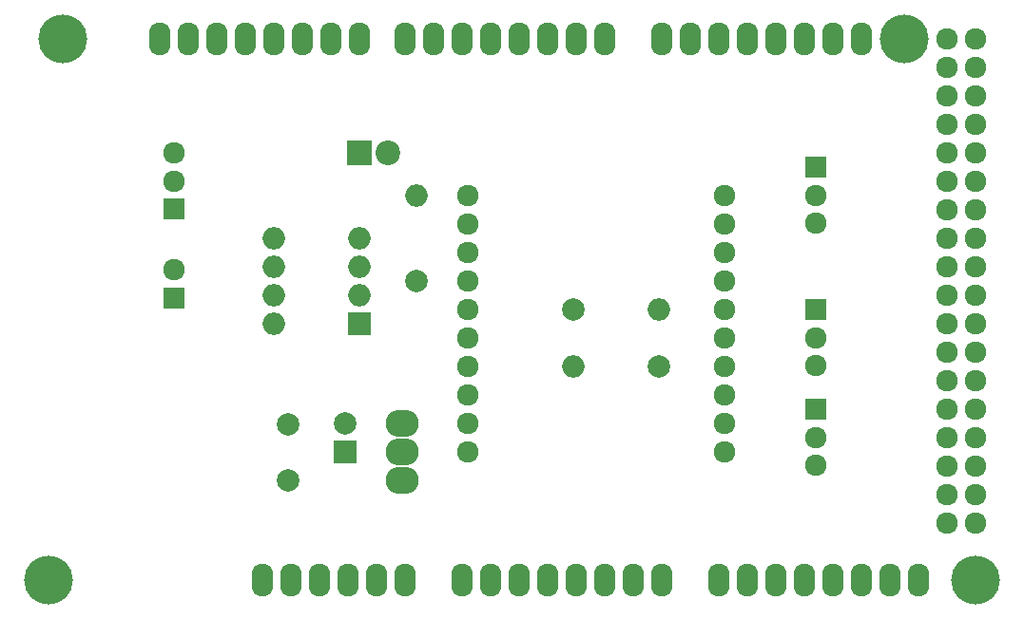
<source format=gts>
G04 #@! TF.FileFunction,Soldermask,Top*
%FSLAX46Y46*%
G04 Gerber Fmt 4.6, Leading zero omitted, Abs format (unit mm)*
G04 Created by KiCad (PCBNEW 4.0.4-stable) date 2018 February 08, Thursday 23:41:36*
%MOMM*%
%LPD*%
G01*
G04 APERTURE LIST*
%ADD10C,0.100000*%
%ADD11O,1.924000X2.940000*%
%ADD12C,4.337000*%
%ADD13C,1.924000*%
%ADD14C,2.000000*%
%ADD15R,2.000000X2.000000*%
%ADD16R,2.200000X2.200000*%
%ADD17C,2.200000*%
%ADD18R,1.924000X1.924000*%
%ADD19O,2.000000X2.000000*%
%ADD20O,2.940000X2.432000*%
G04 APERTURE END LIST*
D10*
D11*
X207264000Y-40640000D03*
X209804000Y-40640000D03*
X212344000Y-40640000D03*
X214884000Y-40640000D03*
X217424000Y-40640000D03*
X219964000Y-40640000D03*
X222504000Y-40640000D03*
X225044000Y-40640000D03*
X230124000Y-88900000D03*
X227584000Y-88900000D03*
X225044000Y-88900000D03*
X222504000Y-88900000D03*
X212344000Y-88900000D03*
X207264000Y-88900000D03*
X204724000Y-88900000D03*
X214884000Y-88900000D03*
X217424000Y-88900000D03*
X219964000Y-88900000D03*
X202184000Y-88900000D03*
X199644000Y-88900000D03*
X197104000Y-88900000D03*
X189484000Y-88900000D03*
X192024000Y-88900000D03*
X194564000Y-88900000D03*
X184404000Y-88900000D03*
X181864000Y-88900000D03*
X179324000Y-88900000D03*
X174244000Y-88900000D03*
X171704000Y-88900000D03*
X202184000Y-40640000D03*
X199644000Y-40640000D03*
X197104000Y-40640000D03*
X194564000Y-40640000D03*
X192024000Y-40640000D03*
X189484000Y-40640000D03*
X186944000Y-40640000D03*
X184404000Y-40640000D03*
X180340000Y-40640000D03*
X177800000Y-40640000D03*
X175260000Y-40640000D03*
X172720000Y-40640000D03*
X170180000Y-40640000D03*
X167640000Y-40640000D03*
X165100000Y-40640000D03*
X162560000Y-40640000D03*
X176784000Y-88900000D03*
D12*
X235204000Y-88900000D03*
X228854000Y-40640000D03*
X153924000Y-40640000D03*
X152654000Y-88900000D03*
D13*
X232664000Y-43180000D03*
X235204000Y-43180000D03*
X232664000Y-45720000D03*
X235204000Y-45720000D03*
X232664000Y-48260000D03*
X235204000Y-48260000D03*
X232664000Y-50800000D03*
X235204000Y-50800000D03*
X232664000Y-40640000D03*
X235204000Y-40640000D03*
X235204000Y-53340000D03*
X232664000Y-53340000D03*
X232664000Y-55880000D03*
X235204000Y-55880000D03*
X232664000Y-58420000D03*
X235204000Y-58420000D03*
X232664000Y-60960000D03*
X235204000Y-60960000D03*
X232664000Y-63500000D03*
X235204000Y-63500000D03*
X232664000Y-66040000D03*
X235204000Y-66040000D03*
X232664000Y-68580000D03*
X235204000Y-68580000D03*
X232664000Y-71120000D03*
X235204000Y-71120000D03*
X232664000Y-73660000D03*
X235204000Y-73660000D03*
X232664000Y-76200000D03*
X235204000Y-76200000D03*
X232664000Y-78740000D03*
X235204000Y-78740000D03*
X232664000Y-81280000D03*
X235204000Y-81280000D03*
X232664000Y-83820000D03*
X235204000Y-83820000D03*
D14*
X173990000Y-80010000D03*
X173990000Y-75010000D03*
D15*
X179070000Y-77470000D03*
D14*
X179070000Y-74970000D03*
D16*
X180340000Y-50800000D03*
D17*
X182880000Y-50800000D03*
D13*
X189930000Y-54610000D03*
X189930000Y-57150000D03*
X189930000Y-59690000D03*
X189930000Y-62230000D03*
X189930000Y-64770000D03*
X189930000Y-67310000D03*
X189930000Y-69850000D03*
X189930000Y-72390000D03*
X189930000Y-74930000D03*
X189930000Y-77470000D03*
X212790000Y-54610000D03*
X212790000Y-57150000D03*
X212790000Y-59690000D03*
X212790000Y-62230000D03*
X212790000Y-64770000D03*
X212790000Y-67310000D03*
X212790000Y-69850000D03*
X212790000Y-72390000D03*
X212790000Y-74930000D03*
X212790000Y-77470000D03*
X220980000Y-67310000D03*
X220980000Y-69810000D03*
D18*
X220980000Y-64810000D03*
D13*
X220980000Y-76200000D03*
X220980000Y-78700000D03*
D18*
X220980000Y-73700000D03*
D13*
X163830000Y-61230000D03*
D18*
X163830000Y-63730000D03*
D13*
X163830000Y-53340000D03*
X163830000Y-50840000D03*
D18*
X163830000Y-55840000D03*
D13*
X220980000Y-54610000D03*
X220980000Y-57110000D03*
D18*
X220980000Y-52110000D03*
D14*
X199390000Y-64770000D03*
D19*
X207010000Y-64770000D03*
D14*
X207010000Y-69850000D03*
D19*
X199390000Y-69850000D03*
D14*
X185420000Y-62230000D03*
D19*
X185420000Y-54610000D03*
D20*
X184150000Y-77470000D03*
X184150000Y-80010000D03*
X184150000Y-74930000D03*
D15*
X180340000Y-66040000D03*
D19*
X172720000Y-58420000D03*
X180340000Y-63500000D03*
X172720000Y-60960000D03*
X180340000Y-60960000D03*
X172720000Y-63500000D03*
X180340000Y-58420000D03*
X172720000Y-66040000D03*
M02*

</source>
